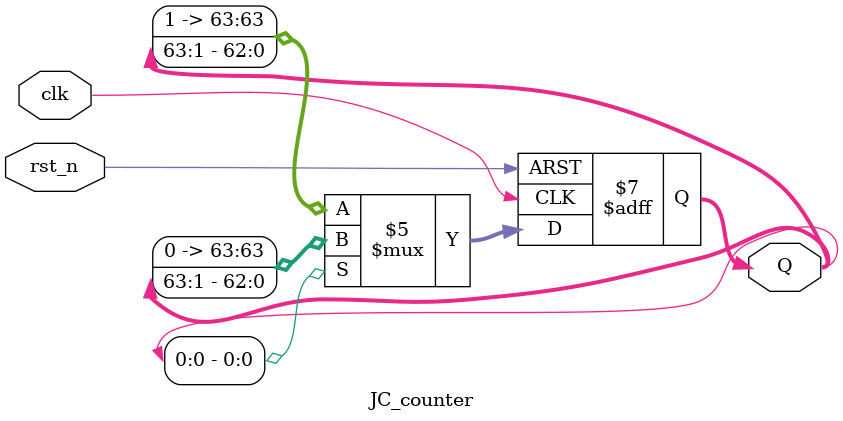
<source format=v>
module JC_counter(
   input                clk ,
   input                rst_n,
 
   output reg [63:0]     Q  
);

always @(posedge clk or negedge rst_n) begin
    if (!rst_n) begin
        Q <= 64'b0;
    end
    else begin
        if (Q[0] == 1'b0) begin
            Q <= {1'b1, Q[63:1]};
        end
        else begin
            Q <= {1'b0, Q[63:1]};
        end
    end
end

endmodule
</source>
